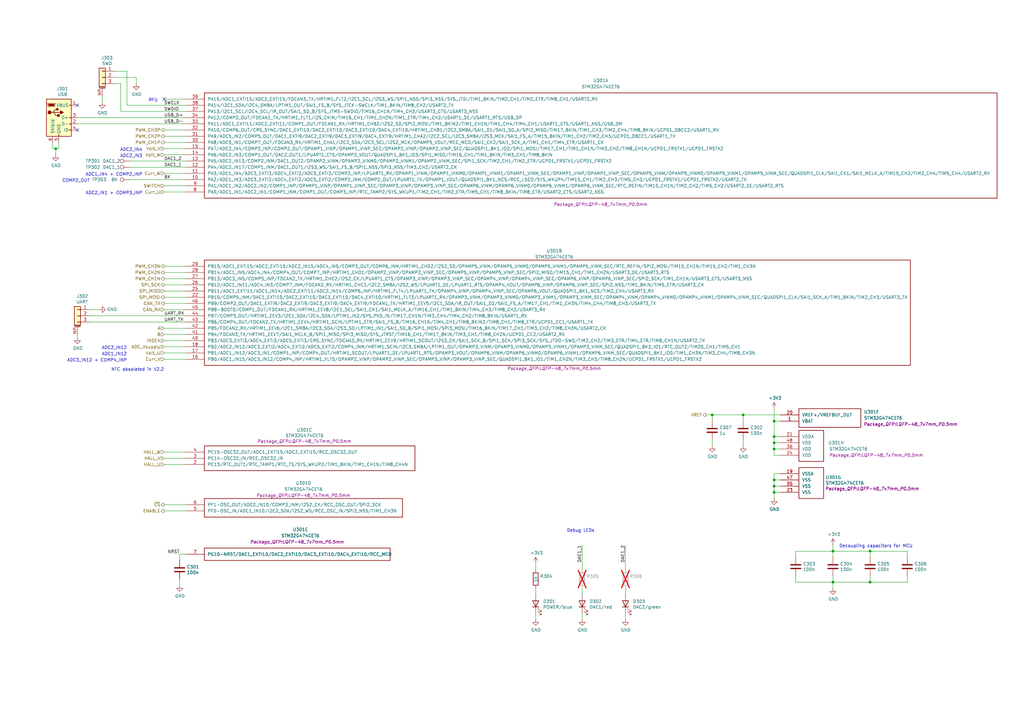
<source format=kicad_sch>
(kicad_sch (version 20231120) (generator "eeschema") (generator_version "8.0")
  (paper "A3")
  (title_block (title "Micro-Motor V2.2") (date "2021-07-31") (rev "1") (company "Roboterclub Aachen e.V.") (comment 1 "Raphael Lehmann"))
  (lib_symbols
    (symbol "Connector:TestPoint" (pin_numbers hide) (pin_names (offset 0.762) hide)
      (property "Reference" "TP" (at 0 6.858 0))
      (property "Value" "TestPoint" (at 0 5.08 0))
      (symbol "TestPoint_0_1"
        (circle (center 0 3.302) (radius 0.762))
      )
      (symbol "TestPoint_1_1"
        (pin passive line (at 0 0 90) (length 2.54) (name "1") (number "1"))
      )
    )
    (symbol "Connector:USB_B_Micro" (pin_names (offset 1.016))
      (property "Reference" "J" (at -5.08 11.43 0))
      (property "Value" "USB_B_Micro" (at -5.08 8.89 0))
      (symbol "USB_B_Micro_0_1"
        (rectangle (start -5.08 -7.62) (end 5.08 7.62) (stroke (width 0.254)) (fill (type background)))
        (circle (center -3.81 2.159) (radius 0.635) (stroke (width 0.254)) (fill (type outline)))
        (circle (center -0.635 3.429) (radius 0.381) (stroke (width 0.254)) (fill (type outline)))
        (rectangle (start -0.127 -7.62) (end 0.127 -6.858))
        (polyline (pts (xy -1.905 2.159) (xy 0.635 2.159)) (stroke (width 0.254)))
        (polyline (pts (xy -3.175 2.159) (xy -2.54 2.159) (xy -1.27 3.429) (xy -0.635 3.429)) (stroke (width 0.254)))
        (polyline (pts (xy -2.54 2.159) (xy -1.905 2.159) (xy -1.27 0.889) (xy 0 0.889)) (stroke (width 0.254)))
        (polyline (pts (xy 0.635 2.794) (xy 0.635 1.524) (xy 1.905 2.159) (xy 0.635 2.794)) (stroke (width 0.254)) (fill (type outline)))
        (polyline (pts (xy -4.318 5.588) (xy -1.778 5.588) (xy -2.032 4.826) (xy -4.064 4.826) (xy -4.318 5.588)) (fill (type outline)))
        (polyline (pts (xy -4.699 5.842) (xy -4.699 5.588) (xy -4.445 4.826) (xy -4.445 4.572) (xy -1.651 4.572) (xy -1.651 4.826) (xy -1.397 5.588) (xy -1.397 5.842) (xy -4.699 5.842)))
        (rectangle (start 0.254 1.27) (end -0.508 0.508) (stroke (width 0.254)) (fill (type outline)))
        (rectangle (start 5.08 -5.207) (end 4.318 -4.953))
        (rectangle (start 5.08 -2.667) (end 4.318 -2.413))
        (rectangle (start 5.08 -0.127) (end 4.318 0.127))
        (rectangle (start 5.08 4.953) (end 4.318 5.207))
      )
      (symbol "USB_B_Micro_1_1"
        (pin power_out line (at 7.62 5.08 180) (length 2.54) (name "VBUS") (number "1"))
        (pin bidirectional line (at 7.62 -2.54 180) (length 2.54) (name "D-") (number "2"))
        (pin bidirectional line (at 7.62 0 180) (length 2.54) (name "D+") (number "3"))
        (pin passive line (at 7.62 -5.08 180) (length 2.54) (name "ID") (number "4"))
        (pin power_out line (at 0 -10.16 90) (length 2.54) (name "GND") (number "5"))
        (pin passive line (at -2.54 -10.16 90) (length 2.54) (name "Shield") (number "6"))
      )
    )
    (symbol "Connector_Generic_MountingPin:Conn_01x03_MountingPin" (pin_names (offset 1.016) hide)
      (property "Reference" "J" (at 0 5.08 0))
      (property "Value" "Conn_01x03_MountingPin" (at 1.27 -5.08 0))
      (symbol "Conn_01x03_MountingPin_1_1"
        (rectangle (start -1.27 -2.413) (end 0 -2.667) (stroke (width 0.1524)))
        (rectangle (start -1.27 0.127) (end 0 -0.127) (stroke (width 0.1524)))
        (rectangle (start -1.27 2.667) (end 0 2.413) (stroke (width 0.1524)))
        (rectangle (start -1.27 3.81) (end 1.27 -3.81) (stroke (width 0.254)) (fill (type background)))
        (polyline (pts (xy -1.016 -4.572) (xy 1.016 -4.572)) (stroke (width 0.1524)))
        (text "Mounting" (at 0 -4.191 0) (effects (font (size 0.381 0.381))))
        (pin passive line (at -5.08 2.54 0) (length 3.81) (name "Pin_1") (number "1"))
        (pin passive line (at -5.08 0 0) (length 3.81) (name "Pin_2") (number "2"))
        (pin passive line (at -5.08 -2.54 0) (length 3.81) (name "Pin_3") (number "3"))
        (pin passive line (at 0 -7.62 90) (length 3.048) (name "MountPin") (number "MP"))
      )
    )
    (symbol "Device:C" (pin_numbers hide) (pin_names (offset 0.254))
      (property "Reference" "C" (at 0.635 2.54 0))
      (property "Value" "C" (at 0.635 -2.54 0))
      (symbol "C_0_1"
        (polyline (pts (xy -2.032 -0.762) (xy 2.032 -0.762)) (stroke (width 0.508)))
        (polyline (pts (xy -2.032 0.762) (xy 2.032 0.762)) (stroke (width 0.508)))
      )
      (symbol "C_1_1"
        (pin passive line (at 0 3.81 270) (length 2.794) (name "~") (number "1"))
        (pin passive line (at 0 -3.81 90) (length 2.794) (name "~") (number "2"))
      )
    )
    (symbol "Device:LED" (pin_numbers hide) (pin_names (offset 1.016) hide)
      (property "Reference" "D" (at 0 2.54 0))
      (property "Value" "LED" (at 0 -2.54 0))
      (symbol "LED_0_1"
        (polyline (pts (xy -1.27 -1.27) (xy -1.27 1.27)) (stroke (width 0.254)))
        (polyline (pts (xy -1.27 0) (xy 1.27 0)))
        (polyline (pts (xy 1.27 -1.27) (xy 1.27 1.27) (xy -1.27 0) (xy 1.27 -1.27)) (stroke (width 0.254)))
        (polyline (pts (xy -3.048 -0.762) (xy -4.572 -2.286) (xy -3.81 -2.286) (xy -4.572 -2.286) (xy -4.572 -1.524)))
        (polyline (pts (xy -1.778 -0.762) (xy -3.302 -2.286) (xy -2.54 -2.286) (xy -3.302 -2.286) (xy -3.302 -1.524)))
      )
      (symbol "LED_1_1"
        (pin passive line (at -3.81 0 0) (length 2.54) (name "K") (number "1"))
        (pin passive line (at 3.81 0 180) (length 2.54) (name "A") (number "2"))
      )
    )
    (symbol "Device:R" (pin_numbers hide) (pin_names (offset 0))
      (property "Reference" "R" (at 2.032 0 90))
      (property "Value" "R" (at 0 0 90))
      (symbol "R_0_1"
        (rectangle (start -1.016 -2.54) (end 1.016 2.54) (stroke (width 0.254)))
      )
      (symbol "R_1_1"
        (pin passive line (at 0 3.81 270) (length 1.27) (name "~") (number "1"))
        (pin passive line (at 0 -3.81 90) (length 1.27) (name "~") (number "2"))
      )
    )
    (symbol "power:+3V3" (power) (pin_names (offset 0))
      (property "Value" "+3V3" (at 0 3.556 0))
      (symbol "+3V3_0_1"
        (polyline (pts (xy -0.762 1.27) (xy 0 2.54)))
        (polyline (pts (xy 0 0) (xy 0 2.54)))
        (polyline (pts (xy 0 2.54) (xy 0.762 1.27)))
      )
      (symbol "+3V3_1_1"
        (pin power_in line (at 0 0 90) (length 0) hide (name "+3V3") (number "1"))
      )
    )
    (symbol "power:GND" (power) (pin_names (offset 0))
      (property "Value" "GND" (at 0 -3.81 0))
      (symbol "GND_0_1"
        (polyline (pts (xy 0 0) (xy 0 -1.27) (xy 1.27 -1.27) (xy 0 -2.54) (xy -1.27 -1.27) (xy 0 -1.27)))
      )
      (symbol "GND_1_1"
        (pin power_in line (at 0 0 270) (length 0) hide (name "GND") (number "1"))
      )
    )
    (symbol "stm32:STM32G474C(B-C-E)Tx_u" (pin_names (offset 1.27))
      (property "Reference" "U" (at 0 2.54 0))
      (property "Value" "STM32G474C(B-C-E)Tx_u" (at 0 -2.54 0))
      (property "Footprint" "LQFP48" (at 0 -5.08 0))
      (symbol "STM32G474C(B-C-E)Tx_u_1_1"
        (rectangle (start -162.56 22.86) (end 162.56 -20.32) (stroke (width 0.254)))
        (pin bidirectional line (at 170.18 15.24 180) (length 7.62) (name "PA2/ADC1_IN3/ADC3_EXTI2/ADC4_EXTI2/ADC5_EXTI2/COMP2_INM/COMP2_OUT/LPUART1_TX/OPAMP1_VOUT/QUADSPI1_BK1_NCS/RCC_LSCO/SYS_WKUP4/TIM15_CH1/TIM2_CH3/TIM5_CH3/UCPD1_FRSTX1/UCPD1_FRSTX2/USART2_TX") (number "10"))
        (pin bidirectional line (at 170.18 12.7 180) (length 7.62) (name "PA3/ADC1_IN4/ADC3_EXTI3/ADC4_EXTI3/ADC5_EXTI3/COMP2_INP/LPUART1_RX/OPAMP1_VINM/OPAMP1_VINM0/OPAMP1_VINM1/OPAMP1_VINM_SEC/OPAMP1_VINP/OPAMP1_VINP_SEC/OPAMP5_VINM/OPAMP5_VINM0/OPAMP5_VINM1/OPAMP5_VINM_SEC/QUADSPI1_CLK/SAI1_CK1/SAI1_MCLK_A/TIM15_CH2/TIM2_CH4/TIM5_CH4/USART2_RX") (number "11"))
        (pin bidirectional line (at 170.18 10.16 180) (length 7.62) (name "PA4/ADC2_IN17/COMP1_INM/DAC1_OUT1/I2S3_WS/SAI1_FS_B/SPI1_NSS/SPI3_NSS/TIM3_CH2/USART2_CK") (number "12"))
        (pin bidirectional line (at 170.18 7.62 180) (length 7.62) (name "PA5/ADC2_IN13/COMP2_INM/DAC1_OUT2/OPAMP2_VINM/OPAMP2_VINM0/OPAMP2_VINM1/OPAMP2_VINM_SEC/SPI1_SCK/TIM2_CH1/TIM2_ETR/UCPD1_FRSTX1/UCPD1_FRSTX2") (number "13"))
        (pin bidirectional line (at 170.18 5.08 180) (length 7.62) (name "PA6/ADC2_IN3/COMP1_OUT/DAC2_OUT1/LPUART1_CTS/OPAMP2_VOUT/QUADSPI1_BK1_IO3/SPI1_MISO/TIM16_CH1/TIM1_BKIN/TIM3_CH1/TIM8_BKIN") (number "14"))
        (pin bidirectional line (at 170.18 2.54 180) (length 7.62) (name "PA7/ADC2_IN4/COMP2_INP/COMP2_OUT/OPAMP1_VINP/OPAMP1_VINP_SEC/OPAMP2_VINP/OPAMP2_VINP_SEC/QUADSPI1_BK1_IO2/SPI1_MOSI/TIM17_CH1/TIM1_CH1N/TIM3_CH2/TIM8_CH1N/UCPD1_FRSTX1/UCPD1_FRSTX2") (number "15"))
        (pin bidirectional line (at 170.18 0 180) (length 7.62) (name "PA8/ADC5_IN1/COMP7_OUT/FDCAN3_RX/HRTIM1_CHA1/I2C2_SDA/I2C3_SCL/I2S2_MCK/OPAMP5_VOUT/RCC_MCO/SAI1_CK2/SAI1_SCK_A/TIM1_CH1/TIM4_ETR/USART1_CK") (number "30"))
        (pin bidirectional line (at 170.18 -2.54 180) (length 7.62) (name "PA9/ADC5_IN2/COMP5_OUT/DAC1_EXTI9/DAC2_EXTI9/DAC3_EXTI9/DAC4_EXTI9/HRTIM1_CHA2/I2C2_SCL/I2C3_SMBA/I2S3_MCK/SAI1_FS_A/TIM15_BKIN/TIM1_CH2/TIM2_CH3/UCPD1_DBCC1/USART1_TX") (number "31"))
        (pin bidirectional line (at 170.18 -5.08 180) (length 7.62) (name "PA10/COMP6_OUT/CRS_SYNC/DAC1_EXTI10/DAC2_EXTI10/DAC3_EXTI10/DAC4_EXTI10/HRTIM1_CHB1/I2C2_SMBA/SAI1_D1/SAI1_SD_A/SPI2_MISO/TIM17_BKIN/TIM1_CH3/TIM2_CH4/TIM8_BKIN/UCPD1_DBCC2/USART1_RX") (number "32"))
        (pin bidirectional line (at 170.18 -7.62 180) (length 7.62) (name "PA11/ADC1_EXTI11/ADC2_EXTI11/COMP1_OUT/FDCAN1_RX/HRTIM1_CHB2/I2S2_SD/SPI2_MOSI/TIM1_BKIN2/TIM1_CH1N/TIM1_CH4/TIM4_CH1/USART1_CTS/USART1_NSS/USB_DM") (number "33"))
        (pin bidirectional line (at 170.18 -10.16 180) (length 7.62) (name "PA12/COMP2_OUT/FDCAN1_TX/HRTIM1_FLT1/I2S_CKIN/TIM16_CH1/TIM1_CH2N/TIM1_ETR/TIM4_CH2/USART1_DE/USART1_RTS/USB_DP") (number "34"))
        (pin bidirectional line (at 170.18 -12.7 180) (length 7.62) (name "PA13/I2C1_SCL/I2C4_SCL/IR_OUT/SAI1_SD_B/SYS_JTMS-SWDIO/TIM16_CH1N/TIM4_CH3/USART3_CTS/USART3_NSS") (number "37"))
        (pin bidirectional line (at 170.18 -15.24 180) (length 7.62) (name "PA14/I2C1_SDA/I2C4_SMBA/LPTIM1_OUT/SAI1_FS_B/SYS_JTCK-SWCLK/TIM1_BKIN/TIM8_CH2/USART2_TX") (number "38"))
        (pin bidirectional line (at 170.18 -17.78 180) (length 7.62) (name "PA15/ADC1_EXTI15/ADC2_EXTI15/FDCAN3_TX/HRTIM1_FLT2/I2C1_SCL/I2S3_WS/SPI1_NSS/SPI3_NSS/SYS_JTDI/TIM1_BKIN/TIM2_CH1/TIM2_ETR/TIM8_CH1/USART2_RX") (number "39"))
        (pin bidirectional line (at 170.18 20.32 180) (length 7.62) (name "PA0/ADC1_IN1/ADC2_IN1/COMP1_INM/COMP1_OUT/COMP3_INP/RTC_TAMP2/SYS_WKUP1/TIM2_CH1/TIM2_ETR/TIM5_CH1/TIM8_BKIN/TIM8_ETR/USART2_CTS/USART2_NSS") (number "8"))
        (pin bidirectional line (at 170.18 17.78 180) (length 7.62) (name "PA1/ADC1_IN2/ADC2_IN2/COMP1_INP/OPAMP1_VINP/OPAMP1_VINP_SEC/OPAMP3_VINP/OPAMP3_VINP_SEC/OPAMP6_VINM/OPAMP6_VINM0/OPAMP6_VINM1/OPAMP6_VINM_SEC/RTC_REFIN/TIM15_CH1N/TIM2_CH2/TIM5_CH2/USART2_DE/USART2_RTS") (number "9"))
      )
      (symbol "STM32G474C(B-C-E)Tx_u_2_1"
        (rectangle (start -144.78 22.86) (end 144.78 -20.32) (stroke (width 0.254)))
        (pin bidirectional line (at 152.4 20.32 180) (length 7.62) (name "PB0/ADC1_IN15/ADC3_IN12/COMP4_INP/HRTIM1_FLT5/OPAMP2_VINP/OPAMP2_VINP_SEC/OPAMP3_VINP/OPAMP3_VINP_SEC/QUADSPI1_BK1_IO1/TIM1_CH2N/TIM3_CH3/TIM8_CH2N/UCPD1_FRSTX1/UCPD1_FRSTX2") (number "16"))
        (pin bidirectional line (at 152.4 17.78 180) (length 7.62) (name "PB1/ADC1_IN12/ADC3_IN1/COMP1_INP/COMP4_OUT/HRTIM1_SCOUT/LPUART1_DE/LPUART1_RTS/OPAMP3_VOUT/OPAMP6_VINM/OPAMP6_VINM0/OPAMP6_VINM1/OPAMP6_VINM_SEC/QUADSPI1_BK1_IO0/TIM1_CH3N/TIM3_CH4/TIM8_CH3N") (number "17"))
        (pin bidirectional line (at 152.4 15.24 180) (length 7.62) (name "PB2/ADC2_IN12/ADC3_EXTI2/ADC4_EXTI2/ADC5_EXTI2/COMP4_INM/HRTIM1_SCIN/I2C3_SMBA/LPTIM1_OUT/OPAMP3_VINM/OPAMP3_VINM0/OPAMP3_VINM1/OPAMP3_VINM_SEC/QUADSPI1_BK2_IO1/RTC_OUT2/TIM20_CH1/TIM5_CH1") (number "18"))
        (pin bidirectional line (at 152.4 -5.08 180) (length 7.62) (name "PB10/COMP5_INM/DAC1_EXTI10/DAC2_EXTI10/DAC3_EXTI10/DAC4_EXTI10/HRTIM1_FLT3/LPUART1_RX/OPAMP3_VINM/OPAMP3_VINM0/OPAMP3_VINM1/OPAMP3_VINM_SEC/OPAMP4_VINM/OPAMP4_VINM0/OPAMP4_VINM1/OPAMP4_VINM_SEC/QUADSPI1_CLK/SAI1_SCK_A/TIM1_BKIN/TIM2_CH3/USART3_TX") (number "22"))
        (pin bidirectional line (at 152.4 -7.62 180) (length 7.62) (name "PB11/ADC1_EXTI11/ADC1_IN14/ADC2_EXTI11/ADC2_IN14/COMP6_INP/HRTIM1_FLT4/LPUART1_TX/OPAMP4_VINP/OPAMP4_VINP_SEC/OPAMP6_VOUT/QUADSPI1_BK1_NCS/TIM2_CH4/USART3_RX") (number "25"))
        (pin bidirectional line (at 152.4 -10.16 180) (length 7.62) (name "PB12/ADC1_IN11/ADC4_IN3/COMP7_INM/FDCAN2_RX/HRTIM1_CHC1/I2C2_SMBA/I2S2_WS/LPUART1_DE/LPUART1_RTS/OPAMP4_VOUT/OPAMP6_VINP/OPAMP6_VINP_SEC/SPI2_NSS/TIM1_BKIN/TIM5_ETR/USART3_CK") (number "26"))
        (pin bidirectional line (at 152.4 -12.7 180) (length 7.62) (name "PB13/ADC3_IN5/COMP5_INP/FDCAN2_TX/HRTIM1_CHC2/I2S2_CK/LPUART1_CTS/OPAMP3_VINP/OPAMP3_VINP_SEC/OPAMP4_VINP/OPAMP4_VINP_SEC/OPAMP6_VINP/OPAMP6_VINP_SEC/SPI2_SCK/TIM1_CH1N/USART3_CTS/USART3_NSS") (number "27"))
        (pin bidirectional line (at 152.4 -15.24 180) (length 7.62) (name "PB14/ADC1_IN5/ADC4_IN4/COMP4_OUT/COMP7_INP/HRTIM1_CHD1/OPAMP2_VINP/OPAMP2_VINP_SEC/OPAMP5_VINP/OPAMP5_VINP_SEC/SPI2_MISO/TIM15_CH1/TIM1_CH2N/USART3_DE/USART3_RTS") (number "28"))
        (pin bidirectional line (at 152.4 -17.78 180) (length 7.62) (name "PB15/ADC1_EXTI15/ADC2_EXTI15/ADC2_IN15/ADC4_IN5/COMP3_OUT/COMP6_INM/HRTIM1_CHD2/I2S2_SD/OPAMP5_VINM/OPAMP5_VINM0/OPAMP5_VINM1/OPAMP5_VINM_SEC/RTC_REFIN/SPI2_MOSI/TIM15_CH1N/TIM15_CH2/TIM1_CH3N") (number "29"))
        (pin bidirectional line (at 152.4 12.7 180) (length 7.62) (name "PB3/ADC3_EXTI3/ADC4_EXTI3/ADC5_EXTI3/CRS_SYNC/FDCAN3_RX/HRTIM1_EEV9/HRTIM1_SCOUT/I2S3_CK/SAI1_SCK_B/SPI1_SCK/SPI3_SCK/SYS_JTDO-SWO/TIM2_CH2/TIM3_ETR/TIM4_ETR/TIM8_CH1N/USART2_TX") (number "40"))
        (pin bidirectional line (at 152.4 10.16 180) (length 7.62) (name "PB4/FDCAN3_TX/HRTIM1_EEV7/SAI1_MCLK_B/SPI1_MISO/SPI3_MISO/SYS_JTRST/TIM16_CH1/TIM17_BKIN/TIM3_CH1/TIM8_CH2N/UCPD1_CC2/USART2_RX") (number "41"))
        (pin bidirectional line (at 152.4 7.62 180) (length 7.62) (name "PB5/FDCAN2_RX/HRTIM1_EEV6/I2C1_SMBA/I2C3_SDA/I2S3_SD/LPTIM1_IN1/SAI1_SD_B/SPI1_MOSI/SPI3_MOSI/TIM16_BKIN/TIM17_CH1/TIM3_CH2/TIM8_CH3N/USART2_CK") (number "42"))
        (pin bidirectional line (at 152.4 5.08 180) (length 7.62) (name "PB6/COMP4_OUT/FDCAN2_TX/HRTIM1_EEV4/HRTIM1_SCIN/LPTIM1_ETR/SAI1_FS_B/TIM16_CH1N/TIM4_CH1/TIM8_BKIN2/TIM8_CH1/TIM8_ETR/UCPD1_CC1/USART1_TX") (number "43"))
        (pin bidirectional line (at 152.4 2.54 180) (length 7.62) (name "PB7/COMP3_OUT/HRTIM1_EEV3/I2C1_SDA/I2C4_SDA/LPTIM1_IN2/SYS_PVD_IN/TIM17_CH1N/TIM3_CH4/TIM4_CH2/TIM8_BKIN/USART1_RX") (number "44"))
        (pin bidirectional line (at 152.4 0 180) (length 7.62) (name "PB8-BOOT0/COMP1_OUT/FDCAN1_RX/HRTIM1_EEV8/I2C1_SCL/SAI1_CK1/SAI1_MCLK_A/TIM16_CH1/TIM1_BKIN/TIM4_CH3/TIM8_CH2/USART3_RX") (number "45"))
        (pin bidirectional line (at 152.4 -2.54 180) (length 7.62) (name "PB9/COMP2_OUT/DAC1_EXTI9/DAC2_EXTI9/DAC3_EXTI9/DAC4_EXTI9/FDCAN1_TX/HRTIM1_EEV5/I2C1_SDA/IR_OUT/SAI1_D2/SAI1_FS_A/TIM17_CH1/TIM1_CH3N/TIM4_CH4/TIM8_CH3/USART3_TX") (number "46"))
      )
      (symbol "STM32G474C(B-C-E)Tx_u_3_1"
        (rectangle (start -43.18 5.08) (end 43.18 -5.08) (stroke (width 0.254)))
        (pin bidirectional line (at 50.8 2.54 180) (length 7.62) (name "PC13/RTC_OUT1/RTC_TAMP1/RTC_TS/SYS_WKUP2/TIM1_BKIN/TIM1_CH1N/TIM8_CH4N") (number "2"))
        (pin bidirectional line (at 50.8 0 180) (length 7.62) (name "PC14-OSC32_IN/RCC_OSC32_IN") (number "3"))
        (pin bidirectional line (at 50.8 -2.54 180) (length 7.62) (name "PC15-OSC32_OUT/ADC1_EXTI15/ADC2_EXTI15/RCC_OSC32_OUT") (number "4"))
      )
      (symbol "STM32G474C(B-C-E)Tx_u_4_1"
        (rectangle (start -40.64 5.08) (end 40.64 -2.54) (stroke (width 0.254)))
        (pin bidirectional line (at 48.26 2.54 180) (length 7.62) (name "PF0-OSC_IN/ADC1_IN10/I2C2_SDA/I2S2_WS/RCC_OSC_IN/SPI2_NSS/TIM1_CH3N") (number "5"))
        (pin bidirectional line (at 48.26 0 180) (length 7.62) (name "PF1-OSC_OUT/ADC2_IN10/COMP3_INM/I2S2_CK/RCC_OSC_OUT/SPI2_SCK") (number "6"))
      )
      (symbol "STM32G474C(B-C-E)Tx_u_5_1"
        (rectangle (start -38.1 2.54) (end 38.1 -2.54) (stroke (width 0.254)))
        (pin bidirectional line (at 45.72 0 180) (length 7.62) (name "PG10-NRST/DAC1_EXTI10/DAC2_EXTI10/DAC3_EXTI10/DAC4_EXTI10/RCC_MCO") (number "7"))
      )
      (symbol "STM32G474C(B-C-E)Tx_u_6_1"
        (rectangle (start -12.7 5.08) (end 12.7 -2.54) (stroke (width 0.254)))
        (pin power_in line (at 20.32 2.54 180) (length 7.62) (name "VBAT") (number "1"))
        (pin bidirectional line (at 20.32 0 180) (length 7.62) (name "VREF+/VREFBUF_OUT") (number "20"))
      )
      (symbol "STM32G474C(B-C-E)Tx_u_7_1"
        (rectangle (start -5.08 7.62) (end 5.08 -5.08) (stroke (width 0.254)))
        (pin power_in line (at 12.7 -2.54 180) (length 7.62) (name "VSSA") (number "19"))
        (pin power_in line (at 12.7 5.08 180) (length 7.62) (name "VSS") (number "23"))
        (pin power_in line (at 12.7 2.54 180) (length 7.62) (name "VSS") (number "35"))
        (pin power_in line (at 12.7 0 180) (length 7.62) (name "VSS") (number "47"))
      )
      (symbol "STM32G474C(B-C-E)Tx_u_8_1"
        (rectangle (start -5.08 7.62) (end 5.08 -5.08) (stroke (width 0.254)))
        (pin power_in line (at 12.7 -2.54 180) (length 7.62) (name "VDDA") (number "21"))
        (pin power_in line (at 12.7 5.08 180) (length 7.62) (name "VDD") (number "24"))
        (pin power_in line (at 12.7 2.54 180) (length 7.62) (name "VDD") (number "36"))
        (pin power_in line (at 12.7 0 180) (length 7.62) (name "VDD") (number "48"))
      )
    )
  )
  (junction (at 356.87 238.76))
  (junction (at 356.87 226.06))
  (junction (at 341.63 238.76))
  (junction (at 317.5 179.07))
  (junction (at 317.5 181.61))
  (junction (at 22.86 60.96))
  (junction (at 317.5 184.15))
  (junction (at 341.63 226.06))
  (junction (at 317.5 199.39))
  (junction (at 292.1 170.18))
  (junction (at 317.5 172.72))
  (junction (at 304.8 170.18))
  (junction (at 317.5 196.85))
  (junction (at 317.5 201.93))
  (no_connect (at 31.75 43.18))
  (no_connect (at 67.31 40.64))
  (no_connect (at 31.75 53.34))
  (wire (pts (xy 292.1 170.18) (xy 304.8 170.18)))
  (wire (pts (xy 67.31 111.76) (xy 76.2 111.76)))
  (wire (pts (xy 219.71 231.14) (xy 219.71 233.68)))
  (wire (pts (xy 238.76 251.46) (xy 238.76 254)))
  (wire (pts (xy 356.87 226.06) (xy 372.11 226.06)))
  (wire (pts (xy 46.99 31.75) (xy 55.88 31.75)))
  (wire (pts (xy 52.07 29.21) (xy 52.07 43.18)))
  (wire (pts (xy 67.31 60.96) (xy 76.2 60.96)))
  (wire (pts (xy 55.88 31.75) (xy 55.88 34.29)))
  (wire (pts (xy 67.31 55.88) (xy 76.2 55.88)))
  (wire (pts (xy 317.5 186.69) (xy 317.5 184.15)))
  (wire (pts (xy 341.63 228.6) (xy 341.63 226.06)))
  (wire (pts (xy 76.2 63.5) (xy 67.31 63.5)))
  (wire (pts (xy 219.71 243.84) (xy 219.71 241.3)))
  (wire (pts (xy 67.31 121.92) (xy 76.2 121.92)))
  (wire (pts (xy 67.31 144.78) (xy 76.2 144.78)))
  (wire (pts (xy 21.59 60.96) (xy 21.59 58.42)))
  (wire (pts (xy 67.31 137.16) (xy 76.2 137.16)))
  (wire (pts (xy 256.54 233.68) (xy 256.54 223.52)))
  (wire (pts (xy 304.8 170.18) (xy 320.04 170.18)))
  (wire (pts (xy 76.2 78.74) (xy 67.31 78.74)))
  (wire (pts (xy 46.99 29.21) (xy 52.07 29.21)))
  (wire (pts (xy 76.2 48.26) (xy 31.75 48.26)))
  (wire (pts (xy 372.11 226.06) (xy 372.11 228.6)))
  (wire (pts (xy 49.53 45.72) (xy 76.2 45.72)))
  (wire (pts (xy 341.63 226.06) (xy 356.87 226.06)))
  (wire (pts (xy 41.91 41.91) (xy 41.91 39.37)))
  (wire (pts (xy 317.5 172.72) (xy 320.04 172.72)))
  (wire (pts (xy 67.31 147.32) (xy 76.2 147.32)))
  (wire (pts (xy 356.87 238.76) (xy 356.87 236.22)))
  (wire (pts (xy 67.31 187.96) (xy 76.2 187.96)))
  (wire (pts (xy 76.2 207.01) (xy 67.31 207.01)))
  (wire (pts (xy 67.31 58.42) (xy 76.2 58.42)))
  (wire (pts (xy 76.2 119.38) (xy 67.31 119.38)))
  (wire (pts (xy 76.2 71.12) (xy 67.31 71.12)))
  (wire (pts (xy 289.56 170.18) (xy 292.1 170.18)))
  (wire (pts (xy 40.64 127) (xy 36.83 127)))
  (wire (pts (xy 341.63 238.76) (xy 356.87 238.76)))
  (wire (pts (xy 341.63 238.76) (xy 326.39 238.76)))
  (wire (pts (xy 73.66 229.87) (xy 73.66 227.33)))
  (wire (pts (xy 341.63 238.76) (xy 341.63 236.22)))
  (wire (pts (xy 31.75 50.8) (xy 76.2 50.8)))
  (wire (pts (xy 67.31 109.22) (xy 76.2 109.22)))
  (wire (pts (xy 238.76 243.84) (xy 238.76 241.3)))
  (wire (pts (xy 317.5 199.39) (xy 317.5 201.93)))
  (wire (pts (xy 73.66 237.49) (xy 73.66 240.03)))
  (wire (pts (xy 67.31 53.34) (xy 76.2 53.34)))
  (wire (pts (xy 67.31 76.2) (xy 76.2 76.2)))
  (wire (pts (xy 67.31 209.55) (xy 76.2 209.55)))
  (wire (pts (xy 317.5 194.31) (xy 317.5 196.85)))
  (wire (pts (xy 320.04 186.69) (xy 317.5 186.69)))
  (wire (pts (xy 326.39 238.76) (xy 326.39 236.22)))
  (wire (pts (xy 320.04 201.93) (xy 317.5 201.93)))
  (wire (pts (xy 304.8 172.72) (xy 304.8 170.18)))
  (wire (pts (xy 317.5 172.72) (xy 317.5 179.07)))
  (wire (pts (xy 76.2 127) (xy 67.31 127)))
  (wire (pts (xy 317.5 181.61) (xy 320.04 181.61)))
  (wire (pts (xy 317.5 179.07) (xy 317.5 181.61)))
  (wire (pts (xy 67.31 142.24) (xy 76.2 142.24)))
  (wire (pts (xy 317.5 167.64) (xy 317.5 172.72)))
  (wire (pts (xy 49.53 34.29) (xy 49.53 45.72)))
  (wire (pts (xy 256.54 243.84) (xy 256.54 241.3)))
  (wire (pts (xy 76.2 66.04) (xy 53.34 66.04)))
  (wire (pts (xy 292.1 172.72) (xy 292.1 170.18)))
  (wire (pts (xy 22.86 60.96) (xy 24.13 60.96)))
  (wire (pts (xy 317.5 201.93) (xy 317.5 204.47)))
  (wire (pts (xy 73.66 227.33) (xy 76.2 227.33)))
  (wire (pts (xy 22.86 63.5) (xy 22.86 60.96)))
  (wire (pts (xy 46.99 34.29) (xy 49.53 34.29)))
  (wire (pts (xy 320.04 199.39) (xy 317.5 199.39)))
  (wire (pts (xy 67.31 139.7) (xy 76.2 139.7)))
  (wire (pts (xy 24.13 60.96) (xy 24.13 58.42)))
  (wire (pts (xy 31.75 138.43) (xy 31.75 137.16)))
  (wire (pts (xy 22.86 60.96) (xy 21.59 60.96)))
  (wire (pts (xy 317.5 196.85) (xy 317.5 199.39)))
  (wire (pts (xy 36.83 129.54) (xy 76.2 129.54)))
  (wire (pts (xy 67.31 185.42) (xy 76.2 185.42)))
  (wire (pts (xy 341.63 241.3) (xy 341.63 238.76)))
  (wire (pts (xy 372.11 238.76) (xy 356.87 238.76)))
  (wire (pts (xy 292.1 180.34) (xy 292.1 182.88)))
  (wire (pts (xy 52.07 43.18) (xy 76.2 43.18)))
  (wire (pts (xy 67.31 40.64) (xy 76.2 40.64)))
  (wire (pts (xy 67.31 134.62) (xy 76.2 134.62)))
  (wire (pts (xy 67.31 190.5) (xy 76.2 190.5)))
  (wire (pts (xy 320.04 179.07) (xy 317.5 179.07)))
  (wire (pts (xy 67.31 114.3) (xy 76.2 114.3)))
  (wire (pts (xy 256.54 254) (xy 256.54 251.46)))
  (wire (pts (xy 304.8 180.34) (xy 304.8 182.88)))
  (wire (pts (xy 317.5 196.85) (xy 320.04 196.85)))
  (wire (pts (xy 341.63 223.52) (xy 341.63 226.06)))
  (wire (pts (xy 341.63 226.06) (xy 326.39 226.06)))
  (wire (pts (xy 76.2 124.46) (xy 67.31 124.46)))
  (wire (pts (xy 372.11 236.22) (xy 372.11 238.76)))
  (wire (pts (xy 219.71 254) (xy 219.71 251.46)))
  (wire (pts (xy 53.34 73.66) (xy 76.2 73.66)))
  (wire (pts (xy 356.87 226.06) (xy 356.87 228.6)))
  (wire (pts (xy 326.39 226.06) (xy 326.39 228.6)))
  (wire (pts (xy 317.5 184.15) (xy 317.5 181.61)))
  (wire (pts (xy 67.31 116.84) (xy 76.2 116.84)))
  (wire (pts (xy 320.04 194.31) (xy 317.5 194.31)))
  (wire (pts (xy 317.5 184.15) (xy 320.04 184.15)))
  (wire (pts (xy 238.76 233.68) (xy 238.76 223.52)))
  (wire (pts (xy 36.83 132.08) (xy 76.2 132.08)))
  (wire (pts (xy 53.34 68.58) (xy 76.2 68.58)))
  (text "ADC1_IN4 + COMP2_INP" (at 58.42 72.39 0) (effects (font (size 1.27 1.27)) (justify right bottom)))
  (text "ADC2_IN3" (at 58.42 64.77 0) (effects (font (size 1.27 1.27)) (justify right bottom)))
  (text "ADC2_IN12" (at 52.07 143.51 0) (effects (font (size 1.27 1.27)) (justify right bottom)))
  (text "ADC3_IN12 + COMP4_INP" (at 52.07 148.59 0) (effects (font (size 1.27 1.27)) (justify right bottom)))
  (text "ADC2_IN4" (at 58.42 62.23 0) (effects (font (size 1.27 1.27)) (justify right bottom)))
  (text "NTC obsoleted in V2.2" (at 67.31 152.4 0) (effects (font (size 1.27 1.27)) (justify right bottom)))
  (text "Debug LEDs" (at 232.41 218.44 0) (effects (font (size 1.27 1.27)) (justify left bottom)))
  (text "Decoupling capacitors for MCU" (at 344.17 224.79 0) (effects (font (size 1.27 1.27)) (justify left bottom)))
  (text "COMP2_OUT" (at 36.83 74.93 0) (effects (font (size 1.27 1.27)) (justify right bottom)))
  (text "RFU" (at 64.77 41.91 0) (effects (font (size 1.27 1.27)) (justify right bottom)))
  (text "ADC1_IN12" (at 52.07 146.05 0) (effects (font (size 1.27 1.27)) (justify right bottom)))
  (text "ADC2_IN1 + COMP3_INP" (at 58.42 80.01 0) (effects (font (size 1.27 1.27)) (justify right bottom)))
  (label "USB_D+" (at 67.31 48.26 0))
  (label "DAC1_2" (at 256.54 223.52 270))
  (label "UART_TX" (at 67.31 132.08 0))
  (label "SWCLK" (at 67.31 43.18 0))
  (label "BK" (at 67.31 73.66 0))
  (label "DAC1_1" (at 67.31 68.58 0))
  (label "NRST" (at 73.66 227.33 180))
  (label "UART_RX" (at 67.31 129.54 0))
  (label "SWDIO" (at 67.31 45.72 0))
  (label "DAC1_1" (at 238.76 223.52 270))
  (label "USB_D-" (at 67.31 50.8 0))
  (label "DAC1_2" (at 67.31 66.04 0))
  (hierarchical_label "PWM_CH1N" (shape output) (at 67.31 114.3 180))
  (hierarchical_label "Curr_V" (shape input) (at 67.31 147.32 180))
  (hierarchical_label "~{CS}" (shape output) (at 67.31 207.01 180))
  (hierarchical_label "Volt_U" (shape input) (at 67.31 144.78 180))
  (hierarchical_label "HALL_U" (shape input) (at 67.31 190.5 180))
  (hierarchical_label "B" (shape input) (at 67.31 137.16 180))
  (hierarchical_label "Volt_V" (shape input) (at 67.31 60.96 180))
  (hierarchical_label "Curr_W" (shape input) (at 67.31 71.12 180))
  (hierarchical_label "ADC_Vsupply" (shape input) (at 67.31 142.24 180))
  (hierarchical_label "SPI_MOSI" (shape output) (at 67.31 121.92 180))
  (hierarchical_label "ENABLE" (shape output) (at 67.31 209.55 180))
  (hierarchical_label "PWM_CH2P" (shape output) (at 67.31 55.88 180))
  (hierarchical_label "PWM_CH3P" (shape output) (at 67.31 53.34 180))
  (hierarchical_label "VREF" (shape output) (at 289.56 170.18 180))
  (hierarchical_label "Curr_U" (shape input) (at 67.31 78.74 180))
  (hierarchical_label "A" (shape input) (at 67.31 134.62 180))
  (hierarchical_label "HALL_V" (shape input) (at 67.31 187.96 180))
  (hierarchical_label "SPI_MISO" (shape input) (at 67.31 119.38 180))
  (hierarchical_label "PWM_CH3N" (shape output) (at 67.31 109.22 180))
  (hierarchical_label "SPI_SCK" (shape output) (at 67.31 116.84 180))
  (hierarchical_label "HALL_W" (shape input) (at 67.31 185.42 180))
  (hierarchical_label "Volt_W" (shape input) (at 67.31 63.5 180))
  (hierarchical_label "CAN_TX" (shape output) (at 67.31 124.46 180))
  (hierarchical_label "SWITCH" (shape input) (at 67.31 76.2 180))
  (hierarchical_label "PWM_CH2N" (shape output) (at 67.31 111.76 180))
  (hierarchical_label "INDEX" (shape input) (at 67.31 139.7 180))
  (hierarchical_label "CAN_RX" (shape input) (at 67.31 127 180))
  (hierarchical_label "PWM_CH1P" (shape output) (at 67.31 58.42 180))
  (symbol (lib_id "Device:C") (at 372.11 232.41 0) (unit 1)
    (property "Reference" "C306" (at 375.031 231.2416 0) (effects (justify left)))
    (property "Value" "100n" (at 375.031 233.553 0) (effects (justify left)))
    (property "Footprint" "Capacitor_SMD:C_0402_1005Metric" (effects (hide yes)))
  )
  (symbol (lib_id "stm32:STM32G474C(B-C-E)Tx_u") (at 121.92 227.33 180) (unit 5)
    (property "Reference" "U301" (at 123.19 217.17 0))
    (property "Value" "STM32G474CET6" (at 123.19 219.71 0))
    (property "Footprint" "Package_QFP:LQFP-48_7x7mm_P0.5mm" (at 121.92 222.25 0) (effects (font (italic yes))))
  )
  (symbol (lib_id "stm32:STM32G474C(B-C-E)Tx_u") (at 124.46 207.01 180) (unit 4)
    (property "Reference" "U301" (at 124.46 198.12 0))
    (property "Value" "STM32G474CET6" (at 124.46 200.66 0))
    (property "Footprint" "Package_QFP:LQFP-48_7x7mm_P0.5mm" (at 124.46 203.2 0) (effects (font (italic yes))))
  )
  (symbol (lib_id "stm32:STM32G474C(B-C-E)Tx_u") (at 127 187.96 180) (unit 3)
    (property "Reference" "U301" (at 124.8918 176.3522 0))
    (property "Value" "STM32G474CET6" (at 124.8918 178.6636 0))
    (property "Footprint" "Package_QFP:LQFP-48_7x7mm_P0.5mm" (at 124.8918 180.975 0) (effects (font (italic yes))))
  )
  (symbol (lib_id "stm32:STM32G474C(B-C-E)Tx_u") (at 228.6 127 180) (unit 2)
    (property "Reference" "U301" (at 227.33 102.87 0))
    (property "Value" "STM32G474CET6" (at 227.33 105.41 0))
    (property "Footprint" "Package_QFP:LQFP-48_7x7mm_P0.5mm" (at 227.33 151.13 0) (effects (font (italic yes))))
  )
  (symbol (lib_id "stm32:STM32G474C(B-C-E)Tx_u") (at 246.38 58.42 180) (unit 1)
    (property "Reference" "U301" (at 246.38 33.02 0))
    (property "Value" "STM32G474CET6" (at 246.38 35.56 0))
    (property "Footprint" "Package_QFP:LQFP-48_7x7mm_P0.5mm" (at 246.38 83.82 0) (effects (font (italic yes))))
  )
  (symbol (lib_id "stm32:STM32G474C(B-C-E)Tx_u") (at 332.74 181.61 180) (unit 8)
    (property "Reference" "U301" (at 342.9 181.61 0))
    (property "Value" "STM32G474CET6" (at 347.98 184.15 0))
    (property "Footprint" "Package_QFP:LQFP-48_7x7mm_P0.5mm" (at 359.41 186.69 0) (effects (font (italic yes))))
  )
  (symbol (lib_id "stm32:STM32G474C(B-C-E)Tx_u") (at 332.74 196.85 180) (unit 7)
    (property "Reference" "U301" (at 338.582 195.8086 0) (effects (justify right)))
    (property "Value" "STM32G474CET6" (at 338.582 198.12 0) (effects (justify right)))
    (property "Footprint" "Package_QFP:LQFP-48_7x7mm_P0.5mm" (at 338.582 200.4314 0) (effects (font (italic yes)) (justify right)))
  )
  (symbol (lib_id "stm32:STM32G474C(B-C-E)Tx_u") (at 340.36 170.18 180) (unit 6)
    (property "Reference" "U301" (at 354.33 168.91 0) (effects (justify right)))
    (property "Value" "STM32G474CET6" (at 354.33 171.45 0) (effects (justify right)))
    (property "Footprint" "Package_QFP:LQFP-48_7x7mm_P0.5mm" (at 354.33 173.99 0) (effects (font (italic yes)) (justify right)))
  )
  (symbol (lib_id "Connector:TestPoint") (at 53.34 73.66 90) (unit 1)
    (property "Reference" "TP303" (at 40.64 73.66 90))
    (property "Value" "BK" (at 46.99 73.66 90))
    (property "Footprint" "TestPoint:TestPoint_Pad_D1.0mm" (effects (hide yes)))
  )
  (symbol (lib_id "Connector:TestPoint") (at 53.34 68.58 90) (unit 1)
    (property "Reference" "TP302" (at 38.1 68.58 90))
    (property "Value" "DAC1_1" (at 45.72 68.58 90))
    (property "Footprint" "TestPoint:TestPoint_Pad_D1.0mm" (effects (hide yes)))
  )
  (symbol (lib_id "Connector:TestPoint") (at 53.34 66.04 90) (unit 1)
    (property "Reference" "TP301" (at 38.1 66.04 90))
    (property "Value" "DAC1_2" (at 45.72 66.04 90))
    (property "Footprint" "TestPoint:TestPoint_Pad_D1.0mm" (effects (hide yes)))
  )
  (symbol (lib_id "Connector:USB_B_Micro") (at 24.13 48.26 0) (unit 1)
    (property "Reference" "J301" (at 25.5778 36.3982 0))
    (property "Value" "USB" (at 25.5778 38.7096 0))
    (property "Footprint" "Connector_USB:USB_Micro-B_Molex-105133-0001" (effects (hide yes)))
  )
  (symbol (lib_id "power:GND") (at 22.86 63.5 0) (unit 1)
    (property "Reference" "#PWR0301" (effects (hide yes)))
    (property "Value" "GND" (at 22.987 67.8942 0))
  )
  (symbol (lib_id "Connector_Generic_MountingPin:Conn_01x03_MountingPin") (at 31.75 129.54 0) (mirror y) (unit 1)
    (property "Reference" "J302" (at 33.7312 121.4882 0))
    (property "Value" "UART" (at 33.7312 123.7996 0))
    (property "Footprint" "Connector_JST:JST_GH_BM03B-GHS-TBT_1x03-1MP_P1.25mm_Vertical" (effects (hide yes)))
  )
  (symbol (lib_id "power:GND") (at 31.75 138.43 0) (unit 1)
    (property "Reference" "#PWR0304" (effects (hide yes)))
    (property "Value" "GND" (at 31.877 142.8242 0))
  )
  (symbol (lib_id "power:GND") (at 40.64 127 90) (unit 1)
    (property "Reference" "#PWR0307" (effects (hide yes)))
    (property "Value" "GND" (at 43.8912 126.873 90) (effects (justify right)))
  )
  (symbol (lib_id "Connector_Generic_MountingPin:Conn_01x03_MountingPin") (at 41.91 31.75 0) (mirror y) (unit 1)
    (property "Reference" "J303" (at 43.8912 23.6982 0))
    (property "Value" "SWD" (at 43.8912 26.0096 0))
    (property "Footprint" "Connector_JST:JST_GH_BM03B-GHS-TBT_1x03-1MP_P1.25mm_Vertical" (effects (hide yes)))
  )
  (symbol (lib_id "power:GND") (at 41.91 41.91 0) (unit 1)
    (property "Reference" "#PWR0308" (effects (hide yes)))
    (property "Value" "GND" (at 42.037 46.3042 0))
  )
  (symbol (lib_id "power:GND") (at 55.88 34.29 0) (unit 1)
    (property "Reference" "#PWR0309" (effects (hide yes)))
    (property "Value" "GND" (at 56.007 38.6842 0))
  )
  (symbol (lib_id "power:+3V3") (at 317.5 167.64 0) (unit 1)
    (property "Reference" "#PWR0316" (effects (hide yes)))
    (property "Value" "+3V3" (at 317.881 163.2458 0))
  )
  (symbol (lib_id "power:GND") (at 317.5 204.47 0) (unit 1)
    (property "Reference" "#PWR0317" (effects (hide yes)))
    (property "Value" "GND" (at 317.627 208.8642 0))
  )
  (symbol (lib_id "Device:C") (at 326.39 232.41 0) (unit 1)
    (property "Reference" "C303" (at 329.311 231.2416 0) (effects (justify left)))
    (property "Value" "100n" (at 329.311 233.553 0) (effects (justify left)))
    (property "Footprint" "Capacitor_SMD:C_0402_1005Metric" (effects (hide yes)))
  )
  (symbol (lib_id "Device:C") (at 341.63 232.41 0) (unit 1)
    (property "Reference" "C304" (at 344.551 231.2416 0) (effects (justify left)))
    (property "Value" "100n" (at 344.551 233.553 0) (effects (justify left)))
    (property "Footprint" "Capacitor_SMD:C_0402_1005Metric" (effects (hide yes)))
  )
  (symbol (lib_id "Device:C") (at 356.87 232.41 0) (unit 1)
    (property "Reference" "C305" (at 359.791 231.2416 0) (effects (justify left)))
    (property "Value" "100n" (at 359.791 233.553 0) (effects (justify left)))
    (property "Footprint" "Capacitor_SMD:C_0402_1005Metric" (effects (hide yes)))
  )
  (symbol (lib_id "power:GND") (at 341.63 241.3 0) (unit 1)
    (property "Reference" "#PWR0319" (effects (hide yes)))
    (property "Value" "GND" (at 341.757 245.6942 0))
  )
  (symbol (lib_id "power:+3V3") (at 341.63 223.52 0) (unit 1)
    (property "Reference" "#PWR0318" (effects (hide yes)))
    (property "Value" "+3V3" (at 342.011 219.1258 0))
  )
  (symbol (lib_id "Device:C") (at 304.8 176.53 0) (unit 1)
    (property "Reference" "C302" (at 307.721 175.3616 0) (effects (justify left)))
    (property "Value" "100n" (at 307.721 177.673 0) (effects (justify left)))
    (property "Footprint" "Capacitor_SMD:C_0402_1005Metric" (effects (hide yes)))
  )
  (symbol (lib_id "power:GND") (at 304.8 182.88 0) (unit 1)
    (property "Reference" "#PWR0315" (effects (hide yes)))
    (property "Value" "GND" (at 304.927 187.2742 0))
  )
  (symbol (lib_id "Device:C") (at 73.66 233.68 0) (unit 1)
    (property "Reference" "C301" (at 76.581 232.5116 0) (effects (justify left)))
    (property "Value" "100n" (at 76.581 234.823 0) (effects (justify left)))
    (property "Footprint" "Capacitor_SMD:C_0402_1005Metric" (effects (hide yes)))
  )
  (symbol (lib_id "power:GND") (at 73.66 240.03 0) (unit 1)
    (property "Reference" "#PWR0310" (effects (hide yes)))
    (property "Value" "GND" (at 73.787 244.4242 0))
  )
  (symbol (lib_id "Device:R") (at 219.71 237.49 0) (unit 1)
    (property "Reference" "R304" (at 221.488 236.3216 0) (effects (justify left)))
    (property "Value" "1k" (at 219.71 238.76 90) (effects (justify left)))
    (property "Footprint" "Resistor_SMD:R_0402_1005Metric" (effects (hide yes)))
  )
  (symbol (lib_id "Device:R") (at 238.76 237.49 0) (unit 1) (in_bom no) (dnp yes)
    (property "Reference" "R305" (at 240.538 236.3216 0) (effects (justify left)))
    (property "Value" "1k" (at 238.76 238.76 90) (effects (justify left)))
    (property "Footprint" "Resistor_SMD:R_0402_1005Metric" (effects (hide yes)))
  )
  (symbol (lib_id "Device:R") (at 256.54 237.49 0) (unit 1) (in_bom no) (dnp yes)
    (property "Reference" "R306" (at 258.318 236.3216 0) (effects (justify left)))
    (property "Value" "1k" (at 256.54 238.76 90) (effects (justify left)))
    (property "Footprint" "Resistor_SMD:R_0402_1005Metric" (effects (hide yes)))
  )
  (symbol (lib_id "Device:LED") (at 219.71 247.65 90) (unit 1)
    (property "Reference" "D301" (at 222.7072 246.6594 90) (effects (justify right)))
    (property "Value" "POWER/blue" (at 222.7072 248.9708 90) (effects (justify right)))
    (property "Footprint" "LED_SMD:LED_0402_1005Metric" (effects (hide yes)))
  )
  (symbol (lib_id "Device:LED") (at 238.76 247.65 90) (unit 1)
    (property "Reference" "D302" (at 241.7318 246.6594 90) (effects (justify right)))
    (property "Value" "DAC1/red" (at 241.7318 248.9708 90) (effects (justify right)))
    (property "Footprint" "LED_SMD:LED_0402_1005Metric" (effects (hide yes)))
  )
  (symbol (lib_id "Device:LED") (at 256.54 247.65 90) (unit 1)
    (property "Reference" "D303" (at 259.5118 246.6594 90) (effects (justify right)))
    (property "Value" "DAC2/green" (at 259.5118 248.9708 90) (effects (justify right)))
    (property "Footprint" "LED_SMD:LED_0402_1005Metric" (effects (hide yes)))
  )
  (symbol (lib_id "power:GND") (at 219.71 254 0) (unit 1)
    (property "Reference" "#PWR0312" (effects (hide yes)))
    (property "Value" "GND" (at 219.837 258.3942 0))
  )
  (symbol (lib_id "power:GND") (at 238.76 254 0) (unit 1)
    (property "Reference" "#PWR0313" (effects (hide yes)))
    (property "Value" "GND" (at 238.887 258.3942 0))
  )
  (symbol (lib_id "power:GND") (at 256.54 254 0) (unit 1)
    (property "Reference" "#PWR0314" (effects (hide yes)))
    (property "Value" "GND" (at 256.667 258.3942 0))
  )
  (symbol (lib_id "power:+3V3") (at 219.71 231.14 0) (unit 1)
    (property "Reference" "#PWR0311" (effects (hide yes)))
    (property "Value" "+3V3" (at 220.091 226.7458 0))
  )
  (symbol (lib_id "Device:C") (at 292.1 176.53 0) (unit 1)
    (property "Reference" "C307" (at 295.021 175.3616 0) (effects (justify left)))
    (property "Value" "1u" (at 295.021 177.673 0) (effects (justify left)))
    (property "Footprint" "Capacitor_SMD:C_0402_1005Metric" (effects (hide yes)))
  )
  (symbol (lib_id "power:GND") (at 292.1 182.88 0) (unit 1)
    (property "Reference" "#PWR0133" (effects (hide yes)))
    (property "Value" "GND" (at 292.227 187.2742 0))
  )
)
</source>
